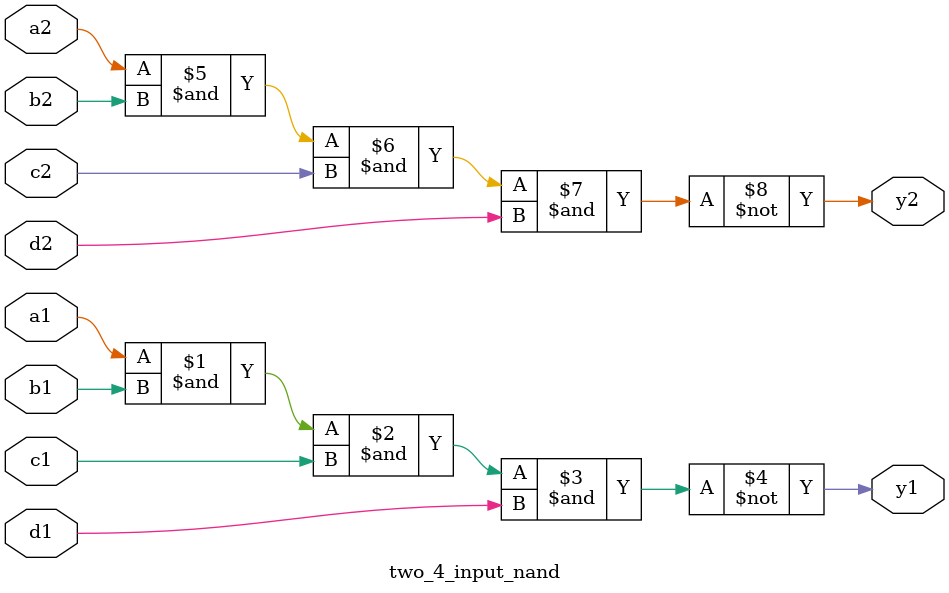
<source format=v>
`timescale 1ns / 1ps

module two_4_input_nand #(parameter DELAY = 10)(
    input wire a1,b1,c1,d1,a2,b2,c2,d2,
    output wire y1,y2
    );
    
    nand #DELAY (y1,a1,b1,c1,d1);
    nand #DELAY (y2,a2,b2,c2,d2);
    
endmodule

</source>
